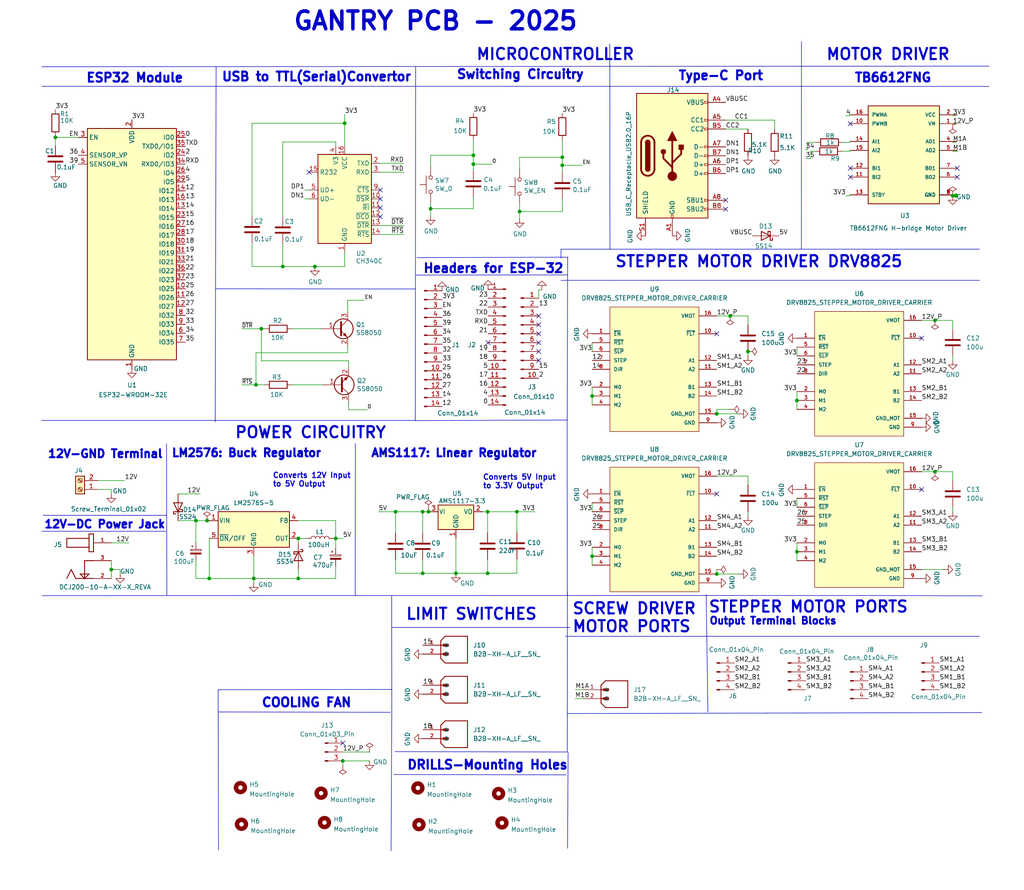
<source format=kicad_sch>
(kicad_sch (version 20250114) (generator "eeschema") (generator_version "9.0")
  (paper "User" 292.1 254)
  (text "STEPPER MOTOR PORTS\n\n" (at 201.93 180.34 0) (effects (font (size 3.175 3.175) (thickness 0.6) (bold yes)) (justify left bottom)))
  (text "GANTRY PCB - 2025" (at 83.312 9.144 0) (effects (font (size 5.08 5.08) (thickness 1) (bold yes)) (justify left bottom)))
  (text "12V-GND Terminal" (at 13.462 131.064 0) (effects (font (size 2.286 2.286) (thickness 0.6) (bold yes)) (justify left bottom)))
  (text "STEPPER MOTOR DRIVER DRV8825\n\n" (at 175.26 81.788 0) (effects (font (size 3.175 3.175) (thickness 0.6) (bold yes)) (justify left bottom)))
  (text "ESP32 Module" (at 24.384 23.876 0) (effects (font (size 2.54 2.54) (thickness 0.6) (bold yes)) (justify left bottom)))
  (text "Converts 5V Input \nto 3.3V Output" (at 137.668 139.7 0) (effects (font (size 1.524 1.524) (bold yes)) (justify left bottom)))
  (text "Output Terminal Blocks" (at 202.184 178.562 0) (effects (font (size 2.032 2.032) (thickness 0.6) (bold yes)) (justify left bottom)))
  (text "DRILLS-Mounting Holes" (at 115.9256 219.9894 0) (effects (font (size 2.54 2.54) (thickness 0.6) (bold yes)) (justify left bottom)))
  (text "COOLING FAN" (at 74.422 202.184 0) (effects (font (size 2.54 2.54) (thickness 0.6) (bold yes)) (justify left bottom)))
  (text "MICROCONTROLLER" (at 135.636 17.526 0) (effects (font (size 3.175 3.175) (thickness 0.6) (bold yes)) (justify left bottom)))
  (text "POWER CIRCUITRY" (at 66.802 125.476 0) (effects (font (size 3.175 3.175) (thickness 0.6) (bold yes)) (justify left bottom)))
  (text "12V-DC Power Jack" (at 12.446 151.13 0) (effects (font (size 2.2352 2.2352) (thickness 0.6) (bold yes)) (justify left bottom)))
  (text "AMS1117: Linear Regulator" (at 105.664 130.81 0) (effects (font (size 2.286 2.286) (thickness 0.6) (bold yes)) (justify left bottom)))
  (text "LIMIT SWITCHES" (at 115.57 177.292 0) (effects (font (size 3.175 3.175) (thickness 0.6) (bold yes)) (justify left bottom)))
  (text "Headers for ESP-32" (at 120.523 78.2574 0) (effects (font (size 2.54 2.54) (thickness 0.6) (bold yes)) (justify left bottom)))
  (text "Type-C Port\n" (at 193.3194 23.241 0) (effects (font (size 2.54 2.54) (thickness 0.6) (bold yes)) (justify left bottom)))
  (text "MOTOR DRIVER\n" (at 235.458 17.526 0) (effects (font (size 3.175 3.175) (thickness 0.6) (bold yes)) (justify left bottom)))
  (text "SCREW DRIVER\nMOTOR PORTS" (at 163.068 180.848 0) (effects (font (size 3.175 3.175) (thickness 0.6) (bold yes)) (justify left bottom)))
  (text "Converts 12V Input \nto 5V Output" (at 77.724 139.192 0) (effects (font (size 1.524 1.524) (bold yes)) (justify left bottom)))
  (text "Switching Circuitry\n" (at 130.0734 22.8854 0) (effects (font (size 2.54 2.54) (thickness 0.6) (bold yes)) (justify left bottom)))
  (text "USB to TTL(Serial)Convertor" (at 63.0428 23.5712 0) (effects (font (size 2.54 2.54) (thickness 0.6) (bold yes)) (justify left bottom)))
  (text "TB6612FNG\n" (at 243.586 22.352 0) (effects (font (size 2.54 2.54) (thickness 0.6) (bold yes)) (justify left)))
  (text "LM2576: Buck Regulator" (at 48.768 130.81 0) (effects (font (size 2.286 2.286) (thickness 0.6) (bold yes)) (justify left bottom)))
  (junction (at 266.7 91.44))
  (junction (at 272.65 55.78))
  (junction (at 120.5738 146.05))
  (junction (at 120.5738 163.6268))
  (junction (at 204.47 163.83))
  (junction (at 139.0904 146.05))
  (junction (at 73.025 109.8296))
  (junction (at 80.6704 76.073))
  (junction (at 160.401 47.1678))
  (junction (at 112.8268 146.05))
  (junction (at 95.758 153.67))
  (junction (at 208.28 90.17))
  (junction (at 122.2248 146.05))
  (junction (at 72.39 165.1))
  (junction (at 160.401 44.8818))
  (junction (at 31.75 162.56))
  (junction (at 148.209 60.3758))
  (junction (at 74.549 93.8276))
  (junction (at 204.47 118.11))
  (junction (at 272.7 55.88))
  (junction (at 97.79 217.17))
  (junction (at 139.0904 163.6268))
  (junction (at 272.7 55.78))
  (junction (at 89.8144 76.073))
  (junction (at 55.88 148.59))
  (junction (at 98.3234 35.179))
  (junction (at 147.447 146.05))
  (junction (at 227.33 157.48))
  (junction (at 59.0804 148.59))
  (junction (at 15.7988 39.2176))
  (junction (at 271.78 55.88))
  (junction (at 168.91 113.03))
  (junction (at 85.09 153.67))
  (junction (at 272.65 55.88))
  (junction (at 227.33 114.3))
  (junction (at 59.69 165.1))
  (junction (at 135.0264 46.863))
  (junction (at 168.91 158.75))
  (junction (at 130.048 163.6268))
  (junction (at 213.36 100.33))
  (junction (at 85.09 165.1))
  (junction (at 266.7 134.62))
  (junction (at 122.8344 59.563))
  (junction (at 135.0264 44.323))
  (no_connect (at 153.67 100.33))
  (no_connect (at 273.05 50.546))
  (no_connect (at 108.4834 56.769))
  (no_connect (at 108.4834 54.229))
  (no_connect (at 108.4834 61.849))
  (no_connect (at 204.47 140.97))
  (no_connect (at 139.2174 97.79))
  (no_connect (at 207.01 57.15))
  (no_connect (at 97.79 212.09))
  (no_connect (at 262.89 139.7))
  (no_connect (at 242.57 50.546))
  (no_connect (at 88.1634 49.149))
  (no_connect (at 273.05 48.006))
  (no_connect (at 153.67 95.25))
  (no_connect (at 207.01 59.69))
  (no_connect (at 153.67 92.71))
  (no_connect (at 262.89 96.52))
  (no_connect (at 153.67 90.17))
  (no_connect (at 153.67 102.87))
  (no_connect (at 242.57 35.306))
  (no_connect (at 108.4834 59.309))
  (no_connect (at 153.67 97.79))
  (no_connect (at 242.57 48.006))
  (no_connect (at 204.47 95.25))
  (wire (pts (xy 220.98 34.29) (xy 220.98 36.83)))
  (wire (pts (xy 160.401 56.8198) (xy 160.401 60.3758)))
  (wire (pts (xy 122.8344 47.625) (xy 122.8344 44.323)))
  (polyline (pts (xy 62.23 203.2) (xy 111.379 203.3016)))
  (polyline (pts (xy 11.938 24.638) (xy 12.192 24.638)))
  (polyline (pts (xy 243.4336 169.9768) (xy 201.2188 169.9514)))
  (wire (pts (xy 95.758 153.67) (xy 95.758 156.464)))
  (wire (pts (xy 272.7 55.88) (xy 272.65 55.88)))
  (wire (pts (xy 242.47 42.926) (xy 242.57 42.926)))
  (wire (pts (xy 139.0904 146.05) (xy 139.0904 152.0698)))
  (polyline (pts (xy 61.3918 120.396) (xy 61.6458 19.05)))
  (wire (pts (xy 31.75 162.56) (xy 31.75 165.1)))
  (wire (pts (xy 73.025 109.8296) (xy 68.961 109.8296)))
  (polyline (pts (xy 279.4 181.61) (xy 161.29 181.61)))
  (polyline (pts (xy 201.422 169.9514) (xy 12.0142 170.0022)))
  (wire (pts (xy 108.4834 46.609) (xy 115.2144 46.609)))
  (wire (pts (xy 147.447 159.6136) (xy 147.447 163.6268)))
  (wire (pts (xy 85.09 153.67) (xy 85.09 154.94)))
  (polyline (pts (xy 111.7346 170.1038) (xy 111.76 203.2)))
  (wire (pts (xy 15.7988 39.2176) (xy 22.3774 39.2176)))
  (wire (pts (xy 72.39 158.75) (xy 72.39 165.1)))
  (wire (pts (xy 75.565 93.8276) (xy 74.549 93.8276)))
  (wire (pts (xy 242.32 32.766) (xy 242.32 33.02)))
  (polyline (pts (xy 161.8234 203.6572) (xy 280.0858 203.3778)))
  (wire (pts (xy 89.8144 76.073) (xy 98.3234 76.073)))
  (wire (pts (xy 99.187 100.6856) (xy 73.025 100.6856)))
  (wire (pts (xy 273.05 40.386) (xy 272.55 40.386)))
  (wire (pts (xy 55.88 148.59) (xy 59.0804 148.59)))
  (wire (pts (xy 271.78 102.87) (xy 271.78 101.6)))
  (wire (pts (xy 271.78 91.44) (xy 266.7 91.44)))
  (polyline (pts (xy 11.938 19.05) (xy 282.1178 18.8722)))
  (wire (pts (xy 231.2924 43.18) (xy 232.5624 43.18)))
  (wire (pts (xy 31.75 139.7) (xy 31.75 140.97)))
  (wire (pts (xy 135.0264 46.863) (xy 135.0264 48.641)))
  (wire (pts (xy 213.36 90.17) (xy 208.28 90.17)))
  (wire (pts (xy 107.95 146.05) (xy 112.8268 146.05)))
  (wire (pts (xy 55.88 160.02) (xy 55.88 165.1)))
  (polyline (pts (xy 173.9392 12.5476) (xy 173.99 71.12)))
  (wire (pts (xy 97.79 218.44) (xy 97.79 217.17)))
  (wire (pts (xy 242.37 55.626) (xy 242.37 55.88)))
  (polyline (pts (xy 162.052 214.7824) (xy 161.8996 242.1382)))
  (wire (pts (xy 74.549 93.8276) (xy 68.961 93.8276)))
  (polyline (pts (xy 161.8488 169.0624) (xy 161.8234 214.63)))
  (polyline (pts (xy 112.6744 214.5284) (xy 161.8234 214.63)))
  (wire (pts (xy 168.91 143.51) (xy 168.91 146.05)))
  (wire (pts (xy 204.47 162.56) (xy 204.47 163.83)))
  (wire (pts (xy 210.82 118.11) (xy 204.47 118.11)))
  (wire (pts (xy 80.6704 40.513) (xy 95.7834 40.513)))
  (wire (pts (xy 168.91 97.79) (xy 168.91 100.33)))
  (wire (pts (xy 120.5738 146.05) (xy 120.5738 152.1206)))
  (wire (pts (xy 272.65 55.88) (xy 271.78 55.88)))
  (polyline (pts (xy 111.76 203.2) (xy 111.5568 242.824)))
  (polyline (pts (xy 118.5672 18.9738) (xy 118.4656 119.9896)))
  (wire (pts (xy 59.69 153.67) (xy 59.69 165.1)))
  (wire (pts (xy 122.8344 44.323) (xy 135.0264 44.323)))
  (polyline (pts (xy 218.7448 203.6064) (xy 218.7448 203.708)))
  (polyline (pts (xy 162.0774 73.406) (xy 118.9736 73.533)))
  (wire (pts (xy 242.37 55.88) (xy 241.3 55.88)))
  (wire (pts (xy 147.447 151.9936) (xy 147.447 146.05)))
  (wire (pts (xy 99.187 88.7476) (xy 99.187 85.6996)))
  (wire (pts (xy 207.01 36.83) (xy 213.36 36.83)))
  (wire (pts (xy 99.187 98.9076) (xy 99.187 100.6856)))
  (wire (pts (xy 213.36 147.32) (xy 213.36 146.05)))
  (wire (pts (xy 160.401 39.9288) (xy 160.401 44.8818)))
  (wire (pts (xy 85.09 162.56) (xy 85.09 165.1)))
  (wire (pts (xy 271.78 137.16) (xy 271.78 134.62)))
  (wire (pts (xy 88.1634 56.769) (xy 86.8934 56.769)))
  (wire (pts (xy 204.47 135.89) (xy 213.36 135.89)))
  (wire (pts (xy 227.33 142.24) (xy 227.33 144.78)))
  (wire (pts (xy 80.6704 76.073) (xy 71.9074 76.073)))
  (wire (pts (xy 120.5738 163.6268) (xy 130.048 163.6268)))
  (wire (pts (xy 272.55 40.386) (xy 272.55 40.64)))
  (wire (pts (xy 31.75 154.94) (xy 36.83 154.94)))
  (wire (pts (xy 271.78 146.05) (xy 271.78 144.78)))
  (wire (pts (xy 95.758 165.1) (xy 95.758 161.544)))
  (wire (pts (xy 120.5738 159.7406) (xy 120.5738 163.6268)))
  (wire (pts (xy 272.75 55.88) (xy 272.7 55.88)))
  (wire (pts (xy 204.47 116.84) (xy 204.47 118.11)))
  (wire (pts (xy 139.0904 146.05) (xy 147.447 146.05)))
  (wire (pts (xy 122.8344 57.785) (xy 122.8344 59.563)))
  (wire (pts (xy 135.0264 46.863) (xy 140.3604 46.863)))
  (wire (pts (xy 272.7 55.78) (xy 272.7 55.88)))
  (wire (pts (xy 139.0904 159.6898) (xy 139.0904 163.6268)))
  (wire (pts (xy 213.36 92.71) (xy 213.36 90.17)))
  (wire (pts (xy 108.4834 64.389) (xy 115.2144 64.389)))
  (wire (pts (xy 135.0264 39.878) (xy 135.0264 44.323)))
  (wire (pts (xy 208.28 116.84) (xy 204.47 116.84)))
  (wire (pts (xy 269.24 162.56) (xy 262.89 162.56)))
  (wire (pts (xy 112.8268 146.05) (xy 120.5738 146.05)))
  (wire (pts (xy 95.7834 41.529) (xy 95.7834 40.513)))
  (wire (pts (xy 273.05 42.926) (xy 273.05 43.18)))
  (wire (pts (xy 135.0264 44.323) (xy 135.0264 46.863)))
  (wire (pts (xy 105.41 217.17) (xy 97.79 217.17)))
  (polyline (pts (xy 161.925 73.406) (xy 161.798 119.888)))
  (polyline (pts (xy 161.798 119.888) (xy 118.2116 120.0404)))
  (wire (pts (xy 55.88 148.59) (xy 55.88 154.94)))
  (wire (pts (xy 112.8268 159.7406) (xy 112.8268 163.6268)))
  (wire (pts (xy 55.88 165.1) (xy 59.69 165.1)))
  (polyline (pts (xy 101.3714 126.5428) (xy 101.3206 169.8244)))
  (wire (pts (xy 83.185 93.8276) (xy 91.567 93.8276)))
  (wire (pts (xy 227.33 99.06) (xy 227.33 101.6)))
  (wire (pts (xy 168.91 110.49) (xy 168.91 113.03)))
  (wire (pts (xy 108.4834 66.929) (xy 115.2144 66.929)))
  (wire (pts (xy 135.0264 56.261) (xy 135.0264 59.563)))
  (wire (pts (xy 273.05 55.626) (xy 272.65 55.626)))
  (wire (pts (xy 207.01 34.29) (xy 220.98 34.29)))
  (wire (pts (xy 148.209 48.1838) (xy 148.209 44.8818)))
  (wire (pts (xy 83.185 109.8296) (xy 91.821 109.8296)))
  (wire (pts (xy 208.28 90.17) (xy 204.47 90.17)))
  (polyline (pts (xy 228.6254 11.8872) (xy 228.6 71.12)))
  (wire (pts (xy 160.401 44.8818) (xy 160.401 47.1678)))
  (wire (pts (xy 97.79 214.63) (xy 105.41 214.63)))
  (wire (pts (xy 266.7 91.44) (xy 262.89 91.44)))
  (wire (pts (xy 71.9074 76.073) (xy 71.9074 69.342)))
  (wire (pts (xy 99.441 102.9716) (xy 74.549 102.9716)))
  (wire (pts (xy 122.2248 146.05) (xy 122.428 146.05)))
  (wire (pts (xy 272.45 32.766) (xy 272.45 33.02)))
  (wire (pts (xy 272.45 33.02) (xy 271.78 33.02)))
  (wire (pts (xy 34.29 162.56) (xy 34.29 163.83)))
  (polyline (pts (xy 112.3188 221.0562) (xy 161.4678 221.1578)))
  (wire (pts (xy 50.8 140.97) (xy 57.15 140.97)))
  (wire (pts (xy 75.565 109.8296) (xy 73.025 109.8296)))
  (wire (pts (xy 15.7988 38.8874) (xy 15.7988 39.2176)))
  (wire (pts (xy 272.75 55.78) (xy 272.75 55.88)))
  (wire (pts (xy 273.05 32.766) (xy 272.45 32.766)))
  (wire (pts (xy 147.447 146.05) (xy 152.6286 146.05)))
  (wire (pts (xy 213.36 138.43) (xy 213.36 135.89)))
  (wire (pts (xy 232.8164 40.64) (xy 230.2764 40.64)))
  (wire (pts (xy 148.209 58.3438) (xy 148.209 60.3758)))
  (polyline (pts (xy 118.4656 119.9896) (xy 11.8872 119.9896)))
  (polyline (pts (xy 118.4656 82.4738) (xy 61.4934 82.423)))
  (wire (pts (xy 227.33 157.48) (xy 227.33 160.02)))
  (wire (pts (xy 31.75 162.56) (xy 34.29 162.56)))
  (wire (pts (xy 273.05 43.18) (xy 271.78 43.18)))
  (wire (pts (xy 74.549 102.9716) (xy 74.549 93.8276)))
  (wire (pts (xy 164.0332 199.39) (xy 166.37 199.39)))
  (wire (pts (xy 85.09 165.1) (xy 95.758 165.1)))
  (polyline (pts (xy 173.99 71.12) (xy 160.02 71.12)))
  (wire (pts (xy 95.758 148.59) (xy 95.758 153.67)))
  (wire (pts (xy 231.2924 43.18) (xy 231.2924 45.2628)))
  (wire (pts (xy 120.5738 146.05) (xy 122.2248 146.05)))
  (wire (pts (xy 272.55 40.64) (xy 271.78 40.64)))
  (wire (pts (xy 272.65 55.626) (xy 272.65 55.78)))
  (wire (pts (xy 242.47 42.926) (xy 242.47 43.18)))
  (wire (pts (xy 273.05 35.306) (xy 272.5 35.306)))
  (wire (pts (xy 160.401 60.3758) (xy 148.209 60.3758)))
  (wire (pts (xy 271.78 134.62) (xy 266.7 134.62)))
  (wire (pts (xy 71.9074 61.722) (xy 71.9074 35.179)))
  (wire (pts (xy 95.0976 153.67) (xy 95.758 153.67)))
  (wire (pts (xy 271.78 93.98) (xy 271.78 91.44)))
  (wire (pts (xy 272.7 55.78) (xy 272.75 55.78)))
  (wire (pts (xy 213.36 101.6) (xy 213.36 100.33)))
  (wire (pts (xy 231.2924 45.2628) (xy 229.7684 45.2628)))
  (wire (pts (xy 242.42 40.64) (xy 240.4364 40.64)))
  (wire (pts (xy 153.67 85.09) (xy 153.67 82.7278)))
  (wire (pts (xy 230.2764 40.64) (xy 230.2764 42.7228)))
  (wire (pts (xy 112.8268 146.05) (xy 112.8268 152.1206)))
  (wire (pts (xy 227.33 154.94) (xy 227.33 157.48)))
  (wire (pts (xy 148.209 44.8818) (xy 160.401 44.8818)))
  (polyline (pts (xy 173.99 80.01) (xy 279.4 80.01)))
  (polyline (pts (xy 201.4474 169.7736) (xy 201.93 203.2)))
  (wire (pts (xy 242.47 43.18) (xy 240.1824 43.18)))
  (wire (pts (xy 27.94 137.16) (xy 35.56 137.16)))
  (wire (pts (xy 227.33 111.76) (xy 227.33 114.3)))
  (wire (pts (xy 59.69 165.1) (xy 72.39 165.1)))
  (wire (pts (xy 130.048 153.67) (xy 130.048 163.6268)))
  (wire (pts (xy 210.82 163.83) (xy 204.47 163.83)))
  (wire (pts (xy 122.8344 59.563) (xy 122.8344 61.595)))
  (wire (pts (xy 98.3234 41.529) (xy 98.3234 35.179)))
  (polyline (pts (xy 162.56 179.07) (xy 111.76 179.07)))
  (wire (pts (xy 15.7734 39.2176) (xy 15.7988 39.2176)))
  (polyline (pts (xy 280.1874 170.053) (xy 243.5606 169.9514)))
  (polyline (pts (xy 47.498 126.6444) (xy 47.5996 169.8244)))
  (wire (pts (xy 137.668 146.05) (xy 139.0904 146.05)))
  (wire (pts (xy 80.6704 76.073) (xy 89.8144 76.073)))
  (wire (pts (xy 15.7988 39.2176) (xy 15.7988 41.5544)))
  (wire (pts (xy 242.57 32.766) (xy 242.32 32.766)))
  (wire (pts (xy 272.65 55.78) (xy 272.65 55.88)))
  (wire (pts (xy 108.4834 49.149) (xy 115.2144 49.149)))
  (polyline (pts (xy 62.23 196.85) (xy 111.7346 196.7738)))
  (wire (pts (xy 242.32 33.02) (xy 241.3 33.02)))
  (wire (pts (xy 130.048 163.6268) (xy 139.0904 163.6268)))
  (polyline (pts (xy 160.02 80.01) (xy 173.99 80.01)))
  (wire (pts (xy 72.39 165.1) (xy 85.09 165.1)))
  (wire (pts (xy 266.7 134.62) (xy 262.89 134.62)))
  (wire (pts (xy 80.6704 40.513) (xy 80.6704 61.849)))
  (wire (pts (xy 71.9074 35.179) (xy 98.3234 35.179)))
  (wire (pts (xy 99.441 114.9096) (xy 99.441 116.9416)))
  (polyline (pts (xy 47.5996 147.0914) (xy 12.2936 147.0914)))
  (wire (pts (xy 85.09 148.59) (xy 95.758 148.59)))
  (wire (pts (xy 168.91 156.21) (xy 168.91 158.75)))
  (polyline (pts (xy 160.02 71.12) (xy 160.02 73.66)))
  (polyline (pts (xy 161.9504 78.4606) (xy 118.6434 78.5114)))
  (polyline (pts (xy 47.2694 151.638) (xy 11.9634 151.638)))
  (wire (pts (xy 135.0264 59.563) (xy 122.8344 59.563)))
  (wire (pts (xy 59.0804 148.59) (xy 59.69 148.59)))
  (wire (pts (xy 164.1094 196.8246) (xy 166.37 196.85)))
  (wire (pts (xy 99.187 85.6996) (xy 104.013 85.6996)))
  (wire (pts (xy 230.2764 42.7228) (xy 229.7684 42.7228)))
  (wire (pts (xy 160.401 47.1678) (xy 166.116 47.1678)))
  (wire (pts (xy 153.67 82.7278) (xy 154.5844 82.7278)))
  (wire (pts (xy 31.75 160.02) (xy 31.75 162.56)))
  (wire (pts (xy 112.8268 163.6268) (xy 120.5738 163.6268)))
  (polyline (pts (xy 62.23 196.85) (xy 62.3316 242.57)))
  (wire (pts (xy 272.65 55.78) (xy 272.7 55.78)))
  (wire (pts (xy 242.42 40.386) (xy 242.42 40.64)))
  (wire (pts (xy 99.441 104.7496) (xy 99.441 102.9716)))
  (wire (pts (xy 168.91 113.03) (xy 168.91 115.57)))
  (wire (pts (xy 148.209 60.3758) (xy 148.209 62.4078)))
  (wire (pts (xy 139.0904 163.6268) (xy 147.447 163.6268)))
  (wire (pts (xy 122.2248 145.3388) (xy 122.2248 146.05)))
  (wire (pts (xy 272.5 35.306) (xy 272.5 35.56)))
  (wire (pts (xy 88.1634 54.229) (xy 86.8934 54.229)))
  (wire (pts (xy 95.758 153.67) (xy 97.79 153.67)))
  (polyline (pts (xy 161.7726 119.6086) (xy 161.8234 169.8752)))
  (wire (pts (xy 99.441 116.9416) (xy 104.775 116.9416)))
  (polyline (pts (xy 173.99 71.12) (xy 279.4 71.12)))
  (wire (pts (xy 98.3234 76.073) (xy 98.3234 72.009)))
  (wire (pts (xy 27.94 139.7) (xy 31.75 139.7)))
  (polyline (pts (xy 12.192 24.638) (xy 282.1178 24.6634)))
  (wire (pts (xy 272.5 35.56) (xy 271.78 35.56)))
  (wire (pts (xy 73.025 100.6856) (xy 73.025 109.8296)))
  (wire (pts (xy 242.57 55.626) (xy 242.37 55.626)))
  (wire (pts (xy 50.8 148.59) (xy 55.88 148.59)))
  (wire (pts (xy 242.42 40.386) (xy 242.57 40.386)))
  (wire (pts (xy 168.91 158.75) (xy 168.91 161.29)))
  (wire (pts (xy 98.3234 35.179) (xy 98.3234 32.639)))
  (wire (pts (xy 72.39 166.37) (xy 72.39 165.1)))
  (wire (pts (xy 80.6704 69.469) (xy 80.6704 76.073)))
  (wire (pts (xy 227.33 114.3) (xy 227.33 116.84)))
  (wire (pts (xy 85.09 153.67) (xy 87.4776 153.67)))
  (wire (pts (xy 160.401 47.1678) (xy 160.401 49.1998)))
  (label "4" (at 139.2174 113.03 180))
  (label "33" (at 126.111 103.3018 0))
  (label "2" (at 153.67 107.95 0))
  (label "SM4_A1" (at 204.47 148.59 0))
  (label "2" (at 52.8574 44.2976 0))
  (label "SM1_B1" (at 204.47 110.49 0))
  (label "SM2_B1" (at 209.55 194.31 0))
  (label "SM2_B2" (at 209.55 196.85 0))
  (label "34" (at 52.8574 95.0976 0))
  (label "32" (at 52.8574 90.0176 0))
  (label "18" (at 120.65 208.28 0))
  (label "SM4_A1" (at 247.65 191.77 0))
  (label "SM2_A1" (at 262.89 104.14 0))
  (label "M1B" (at 271.78 43.18 0))
  (label "12V_P" (at 204.47 135.89 0))
  (label "26" (at 227.33 147.32 0))
  (label "25" (at 168.91 151.13 0))
  (label "3V3" (at 168.91 156.21 180))
  (label "3V3" (at 152.6286 146.05 180))
  (label "17" (at 139.2174 107.95 180))
  (label "SM2_B2" (at 262.89 114.3 0))
  (label "SM3_A2" (at 262.89 149.86 0))
  (label "5V" (at 222.25 67.31 0))
  (label "27" (at 52.8574 87.4776 0))
  (label "25" (at 227.33 149.86 0))
  (label "SM1_A1" (at 204.47 102.87 0))
  (label "12V_P" (at 271.78 35.56 0))
  (label "22" (at 52.8574 77.3176 0))
  (label "EN" (at 104.013 85.6996 0) (effects (font (size 1.0668 1.0668))))
  (label "14" (at 126.111 113.4618 0))
  (label "33" (at 52.8574 92.5576 0))
  (label "SM2_A2" (at 209.55 191.77 0))
  (label "16" (at 139.2174 110.49 180))
  (label "TXD" (at 115.2144 49.149 180))
  (label "12" (at 52.8574 54.4576 0))
  (label "SM3_B2" (at 229.87 196.85 0))
  (label "SM2_A1" (at 209.55 189.23 0))
  (label "SM1_B1" (at 267.97 194.31 0))
  (label "SM4_A2" (at 247.65 194.31 0))
  (label "TXD" (at 139.2174 90.17 180))
  (label "3V3" (at 15.7988 31.2674 0))
  (label "3V3" (at 168.91 100.33 180))
  (label "5V" (at 107.95 146.05 0))
  (label "34" (at 126.111 95.6818 0))
  (label "M1A" (at 271.78 40.64 0))
  (label "25" (at 52.8574 82.3976 0))
  (label "21" (at 139.2174 95.25 180))
  (label "0" (at 104.775 116.9416 0) (effects (font (size 1.0668 1.0668))))
  (label "36" (at 126.111 90.6018 0))
  (label "CC1" (at 209.55 34.29 0))
  (label "15" (at 153.67 105.41 0))
  (label "DN1" (at 207.01 44.45 0))
  (label "SM1_A1" (at 267.97 189.23 0))
  (label "26" (at 126.111 108.3818 0))
  (label "SM1_A2" (at 267.97 191.77 0))
  (label "39" (at 22.3774 46.8376 180))
  (label "~{RTS}" (at 68.961 109.8296 0) (effects (font (size 1.0668 1.0668))))
  (label "RXD" (at 139.2174 92.71 180))
  (label "SM3_B2" (at 262.89 157.48 0))
  (label "CC2" (at 207.01 36.83 0))
  (label "3V3" (at 227.33 144.78 180))
  (label "SM3_B1" (at 229.87 194.31 0))
  (label "DP1" (at 207.01 46.99 0))
  (label "18" (at 52.8574 69.6976 0))
  (label "35" (at 126.111 98.2218 0))
  (label "12V_P" (at 262.89 134.62 0))
  (label "12V_P" (at 204.47 90.17 0))
  (label "DP1" (at 207.01 49.53 0))
  (label "12V" (at 57.15 140.97 180))
  (label "~{DTR}" (at 68.961 93.8276 0) (effects (font (size 1.0668 1.0668))))
  (label "27" (at 126.111 110.9218 0))
  (label "12V_P" (at 97.79 214.63 0))
  (label "TXD" (at 52.8574 41.7576 0))
  (label "12" (at 168.91 102.87 0))
  (label "3V3" (at 135.0264 32.258 0))
  (label "EN" (at 126.111 88.0618 0))
  (label "23" (at 52.8574 79.8576 0))
  (label "21" (at 52.8574 74.7776 0))
  (label "25" (at 126.111 105.8418 0))
  (label "RXD" (at 115.2144 46.609 180))
  (label "SM4_B1" (at 247.65 196.85 0))
  (label "36" (at 22.3774 44.2976 180))
  (label "SM2_A2" (at 262.89 106.68 0))
  (label "19" (at 52.8574 72.2376 0))
  (label "19" (at 139.2174 100.33 180))
  (label "0" (at 139.2174 115.57 180))
  (label "18" (at 139.2174 102.87 180))
  (label "23" (at 139.2174 85.09 180))
  (label "15" (at 120.65 184.15 0))
  (label "~{DTR}" (at 115.2144 64.389 180))
  (label "4" (at 52.8574 49.3776 0))
  (label "0" (at 52.8574 39.2176 0))
  (label "16" (at 52.8574 64.6176 0))
  (label "SM3_A1" (at 262.89 147.32 0))
  (label "3V3" (at 160.401 32.3088 0))
  (label "SM2_B1" (at 262.89 111.76 0))
  (label "12V" (at 36.83 154.94 180))
  (label "SM3_A1" (at 229.87 189.23 0))
  (label "5V" (at 97.79 153.67 0))
  (label "0" (at 140.3604 46.863 0) (effects (font (size 1.0668 1.0668))))
  (label "M1B" (at 164.0332 199.39 0))
  (label "35" (at 229.7684 45.2628 0))
  (label "3V3" (at 168.91 110.49 180))
  (label "3V3" (at 126.111 85.5218 0))
  (label "5" (at 52.8574 51.9176 0))
  (label "3V3" (at 227.33 154.94 180))
  (label "22" (at 227.33 106.68 0))
  (label "39" (at 126.111 93.1418 0))
  (label "26" (at 168.91 148.59 0))
  (label "12V" (at 35.56 137.16 0))
  (label "3V3" (at 37.6174 34.1376 0))
  (label "SM4_B2" (at 247.65 199.39 0))
  (label "13" (at 52.8574 56.9976 0))
  (label "M1A" (at 164.1094 196.8246 0))
  (label "12V_P" (at 262.89 91.44 0))
  (label "26" (at 52.8574 84.9376 0))
  (label "34" (at 229.7684 42.7228 0))
  (label "12" (at 126.111 116.0018 0))
  (label "EN" (at 166.116 47.1678 0) (effects (font (size 1.0668 1.0668))))
  (label "3V3" (at 227.33 101.6 180))
  (label "17" (at 52.8574 67.1576 0))
  (label "5" (at 139.2174 105.41 180))
  (label "19" (at 120.65 195.58 0))
  (label "14" (at 168.91 105.41 0))
  (label "SM3_A2" (at 229.87 191.77 0))
  (label "3V3" (at 168.91 146.05 180))
  (label "VBUSC" (at 207.01 29.21 0))
  (label "SM1_B2" (at 267.97 196.85 0))
  (label "EN" (at 22.3774 39.2176 180))
  (label "SM1_B2" (at 204.47 113.03 0))
  (label "35" (at 52.8574 97.6376 0))
  (label "SM4_A2" (at 204.47 151.13 0))
  (label "22" (at 139.2174 87.63 180))
  (label "15" (at 52.8574 62.0776 0))
  (label "32" (at 126.111 100.7618 0))
  (label "SM1_A2" (at 204.47 105.41 0))
  (label "DN1" (at 207.01 41.91 0))
  (label "3V3" (at 271.78 33.02 0))
  (label "~{RTS}" (at 115.2144 66.929 180))
  (label "14" (at 52.8574 59.5376 0))
  (label "SM4_B2" (at 204.47 158.75 0))
  (label "SM3_B1" (at 262.89 154.94 0))
  (label "3V3" (at 98.3234 32.639 0))
  (label "23" (at 227.33 104.14 0))
  (label "SM4_B1" (at 204.47 156.21 0))
  (label "3V3" (at 241.3 55.88 180))
  (label "13" (at 153.67 87.63 0))
  (label "VBUSC" (at 214.63 67.31 180))
  (label "RXD" (at 52.8574 46.8376 0))
  (label "DN1" (at 86.8934 56.769 180))
  (label "4" (at 241.3 33.02 0))
  (label "DP1" (at 86.8934 54.229 180))
  (label "3V3" (at 227.33 111.76 180))
  (symbol (lib_id "Device:R") (at 236.6264 40.64 90) (unit 1)
    (property "Reference" "R8" (at 236.728 38.8112 90))
    (property "Value" "1k" (at 236.8296 40.6908 90))
    (property "Footprint" "Resistor_SMD:R_0603_1608Metric" (effects (hide yes)))
  )
  (symbol (lib_name "GND_1") (lib_id "power:GND") (at 213.36 101.6 0) (unit 1)
    (property "Reference" "#PWR033" (effects (hide yes)))
    (property "Value" "GND" (at 213.36 105.664 0))
    (property "Description" "Power symbol creates a global label with name \"GND\" , ground" (effects (hide yes)))
  )
  (symbol (lib_id "Connector:Conn_01x04_Pin") (at 224.79 191.77 0) (unit 1)
    (property "Reference" "J7" (at 230.378 199.39 0))
    (property "Value" "Conn_01x04_Pin" (at 230.124 185.928 0))
    (property "Footprint" "Connector_JST:JST_EH_B4B-EH-A_1x04_P2.50mm_Vertical" (effects (hide yes)))
    (property "Description" "Generic connector, single row, 01x04, script generated" (effects (hide yes)))
  )
  (symbol (lib_id "ESP32-S2-rescue:CH340C-Interface_USB") (at 98.3234 56.769 0) (unit 1)
    (property "Reference" "U2" (at 102.9208 72.3392 0))
    (property "Value" "CH340C" (at 105.3338 74.4982 0))
    (property "Footprint" "Package_SO:SOIC-16_3.9x9.9mm_P1.27mm" (effects (hide yes)))
    (property "Datasheet" "https://datasheet.lcsc.com/szlcsc/Jiangsu-Qin-Heng-CH340C_C84681.pdf" (effects (hide yes)))
  )
  (symbol (lib_id "Device:C") (at 271.78 140.97 0) (unit 1)
    (property "Reference" "C13" (at 275.59 139.6999 0) (effects (justify left)))
    (property "Value" "100u" (at 275.59 142.2399 0) (effects (justify left)))
    (property "Footprint" "Capacitor_SMD:CP_Elec_6.3x7.7" (effects (hide yes)))
    (property "Description" "Unpolarized capacitor" (effects (hide yes)))
  )
  (symbol (lib_id "power:PWR_FLAG") (at 105.41 214.63 0) (unit 1)
    (property "Reference" "#FLG017" (effects (hide yes)))
    (property "Value" "PWR_FLAG" (effects (hide yes)))
  )
  (symbol (lib_id "Connector:Conn_01x04_Pin") (at 262.89 191.77 0) (unit 1)
    (property "Reference" "J9" (at 263.525 184.15 0))
    (property "Value" "Conn_01x04_Pin" (at 267.716 198.882 0))
    (property "Footprint" "Connector_JST:JST_EH_B4B-EH-A_1x04_P2.50mm_Vertical" (effects (hide yes)))
    (property "Description" "Generic connector, single row, 01x04, script generated" (effects (hide yes)))
  )
  (symbol (lib_id "ESP32-S2-rescue:GND-power") (at 120.65 198.12 270) (unit 1)
    (property "Reference" "#PWR018" (effects (hide yes)))
    (property "Value" "GND" (at 116.2558 198.247 0))
  )
  (symbol (lib_id "power:GND") (at 72.39 166.37 0) (unit 1)
    (property "Reference" "#PWR017" (effects (hide yes)))
    (property "Value" "GND" (at 75.692 166.878 0))
  )
  (symbol (lib_id "power:GND") (at 130.048 163.6268 0) (unit 1)
    (property "Reference" "#PWR020" (effects (hide yes)))
    (property "Value" "GND" (at 133.2738 166.4716 0))
  )
  (symbol (lib_id "Device:C") (at 147.447 155.8036 0) (unit 1)
    (property "Reference" "C10" (at 150.368 154.8951 0) (effects (justify left)))
    (property "Value" "0.1uF" (at 149.8854 157.8864 0) (effects (justify left)))
    (property "Footprint" "Capacitor_SMD:C_0805_2012Metric" (effects (hide yes)))
  )
  (symbol (lib_id "ESP32-S2-rescue:GND-power") (at 89.8144 76.073 0) (unit 1)
    (property "Reference" "#PWR031" (effects (hide yes)))
    (property "Value" "GND" (at 89.9414 80.4672 0))
  )
  (symbol (lib_id "Mechanical:MountingHole") (at 142.2146 226.4918 0) (unit 1)
    (property "Reference" "H3" (at 144.7546 225.5833 0) (effects (justify left)))
    (property "Value" "MountingHole" (at 144.7546 228.3584 0) (effects (justify left)))
    (property "Footprint" "MountingHole:MountingHole_3.2mm_M3" (effects (hide yes)))
  )
  (symbol (lib_id "ESP32-S2-rescue:GND-power") (at 213.36 44.45 0) (unit 1)
    (property "Reference" "#PWR037" (effects (hide yes)))
    (property "Value" "GND" (at 213.487 48.8442 0))
  )
  (symbol (lib_id "power:GND") (at 31.75 140.97 0) (unit 1)
    (property "Reference" "#PWR014" (effects (hide yes)))
    (property "Value" "GND" (at 34.1884 140.1572 0))
  )
  (symbol (lib_id "power:PWR_FLAG") (at 266.7 134.62 180) (unit 1)
    (property "Reference" "#FLG09" (effects (hide yes)))
    (property "Value" "PWR_FLAG" (effects (hide yes)))
  )
  (symbol (lib_id "Diode:1N5822") (at 85.09 158.75 270) (unit 1)
    (property "Reference" "D15" (at 79.248 158.242 90) (effects (justify left)))
    (property "Value" "SS34" (at 78.74 160.274 90) (effects (justify left)))
    (property "Footprint" "Diode_SMD:D_SMB" (effects (hide yes)))
    (property "Datasheet" "http://www.vishay.com/docs/88526/1n5820.pdf" (effects (hide yes)))
  )
  (symbol (lib_name "GND_6") (lib_id "power:GND") (at 139.2174 82.55 0) (mirror x) (unit 1)
    (property "Reference" "#PWR032" (effects (hide yes)))
    (property "Value" "GND" (at 136.271 82.2452 0))
  )
  (symbol (lib_id "ESP32-S2-rescue:GND-power") (at 168.91 95.25 270) (unit 1)
    (property "Reference" "#PWR02" (effects (hide yes)))
    (property "Value" "GND" (at 164.5158 95.377 0))
  )
  (symbol (lib_id "ESP32-S2-rescue:GND-power") (at 148.209 62.4078 0) (unit 1)
    (property "Reference" "#PWR024" (effects (hide yes)))
    (property "Value" "GND" (at 148.336 66.802 0))
  )
  (symbol (lib_id "ESP32-S2-rescue:GND-power") (at 227.33 96.52 270) (unit 1)
    (property "Reference" "#PWR04" (effects (hide yes)))
    (property "Value" "GND" (at 222.9358 96.647 0))
  )
  (symbol (lib_id "RF_Module:ESP32-WROOM-32E") (at 37.6174 69.6976 0) (unit 1)
    (property "Reference" "U1" (at 36.2966 109.9312 0) (effects (justify left)))
    (property "Value" "ESP32-WROOM-32E" (at 28.1021 112.6998 0) (effects (justify left)))
    (property "Footprint" "ESP32-WROOM:XCVR_ESP32-WROOM-32E__4MB_HIGH_TEMP_" (effects (hide yes)))
    (property "Datasheet" "https://www.espressif.com/sites/default/files/documentation/esp32-wroom-32e_esp32-wroom-32ue_datasheet_en.pdf" (effects (hide yes)))
    (property "Description" "RF Module, ESP32-D0WD-V3 SoC, without PSRAM, Wi-Fi 802.11b/g/n, Bluetooth, BLE, 32-bit, 2.7-3.6V, onboard antenna, SMD" (effects (hide yes)))
  )
  (symbol (lib_id "DRV8825_STEPPER_MOTOR_DRIVER_CARRIER:DRV8825_STEPPER_MOTOR_DRIVER_CARRIER") (at 186.69 151.13 0) (unit 1)
    (property "Reference" "U8" (at 186.69 128.27 0))
    (property "Value" "DRV8825_STEPPER_MOTOR_DRIVER_CARRIER" (at 186.69 130.81 0))
    (property "Footprint" "DRV8825_STEPPER_MOTOR_DRIVER_CARRIER (1):IC_DRV8825_STEPPER_MOTOR_DRIVER_CARRIER" (effects (hide yes)))
    (property "Description" "Stepper motor controler; IC: DRV8825; 1.5A; Uin mot: 8.2÷45V" (effects (hide yes)))
    (property "MF" "Pololu" (effects (hide yes)))
    (property "PACKAGE" "None" (effects (hide yes)))
    (property "PRICE" "None" (effects (hide yes)))
    (property "Package" "None" (effects (hide yes)))
    (property "Check_prices" "https://www.snapeda.com/parts/DRV8825%20STEPPER%20MOTOR%20DRIVER%20CARRIER/Pololu/view-part/?ref=eda" (effects (hide yes)))
    (property "Price" "None" (effects (hide yes)))
    (property "SnapEDA_Link" "https://www.snapeda.com/parts/DRV8825%20STEPPER%20MOTOR%20DRIVER%20CARRIER/Pololu/view-part/?ref=snap" (effects (hide yes)))
    (property "MP" "DRV8825 STEPPER MOTOR DRIVER CARRIER" (effects (hide yes)))
    (property "Availability" "Not in stock" (effects (hide yes)))
    (property "AVAILABILITY" "Unavailable" (effects (hide yes)))
    (property "Description_1" "Stepper, Bipolar 8.2 ~ 45VDC Supply 1.5A 8.2 ~ 45V Load" (effects (hide yes)))
  )
  (symbol (lib_id "Device:C") (at 213.36 96.52 0) (unit 1)
    (property "Reference" "C15" (at 217.17 95.2499 0) (effects (justify left)))
    (property "Value" "100u" (at 217.17 97.7899 0) (effects (justify left)))
    (property "Footprint" "Capacitor_SMD:CP_Elec_6.3x7.7" (effects (hide yes)))
    (property "Description" "Unpolarized capacitor" (effects (hide yes)))
  )
  (symbol (lib_name "GND_1") (lib_id "power:GND") (at 271.78 102.87 0) (unit 1)
    (property "Reference" "#PWR025" (effects (hide yes)))
    (property "Value" "GND" (at 271.78 106.934 0))
    (property "Description" "Power symbol creates a global label with name \"GND\" , ground" (effects (hide yes)))
  )
  (symbol (lib_id "Device:C_Polarized_Small") (at 55.88 157.48 0) (unit 1)
    (property "Reference" "C6" (at 49.9364 157.9626 0) (effects (justify left)))
    (property "Value" "100uF" (at 49.53 160.274 0) (effects (justify left)))
    (property "Footprint" "Capacitor_SMD:CP_Elec_6.3x7.7" (effects (hide yes)))
  )
  (symbol (lib_id "Diode:1N5822") (at 218.44 67.31 180) (unit 1)
    (property "Reference" "D13" (at 218.3892 64.5668 0))
    (property "Value" "SS14" (at 217.8812 70.2056 0))
    (property "Footprint" "Diode_SMD:D_SMA" (effects (hide yes)))
    (property "Datasheet" "http://www.vishay.com/docs/88526/1n5820.pdf" (effects (hide yes)))
  )
  (symbol (lib_id "Device:R") (at 236.3724 43.18 90) (unit 1)
    (property "Reference" "R9" (at 238.252 45.2628 90))
    (property "Value" "1k" (at 236.474 43.2308 90))
    (property "Footprint" "Resistor_SMD:R_0603_1608Metric" (effects (hide yes)))
  )
  (symbol (lib_id "Device:C") (at 213.36 142.24 0) (unit 1)
    (property "Reference" "C14" (at 217.17 140.9699 0) (effects (justify left)))
    (property "Value" "100u" (at 217.17 143.5099 0) (effects (justify left)))
    (property "Footprint" "Capacitor_SMD:CP_Elec_6.3x7.7" (effects (hide yes)))
    (property "Description" "Unpolarized capacitor" (effects (hide yes)))
  )
  (symbol (lib_id "Mechanical:MountingHole") (at 119.507 235.3564 0) (unit 1)
    (property "Reference" "H2" (at 122.047 234.4479 0) (effects (justify left)))
    (property "Value" "MountingHole" (at 122.047 237.223 0) (effects (justify left)))
    (property "Footprint" "MountingHole:MountingHole_3.2mm_M3" (effects (hide yes)))
  )
  (symbol (lib_id "power:PWR_FLAG") (at 213.36 100.33 270) (unit 1)
    (property "Reference" "#FLG016" (effects (hide yes)))
    (property "Value" "PWR_FLAG" (effects (hide yes)))
  )
  (symbol (lib_id "ESP32-S2-rescue:GND-power") (at 120.65 210.82 270) (unit 1)
    (property "Reference" "#PWR021" (effects (hide yes)))
    (property "Value" "GND" (at 116.2558 210.947 0))
  )
  (symbol (lib_id "Mechanical:MountingHole") (at 143.1798 234.8738 0) (unit 1)
    (property "Reference" "H4" (at 145.7198 233.9653 0) (effects (justify left)))
    (property "Value" "MountingHole" (at 145.7198 236.7404 0) (effects (justify left)))
    (property "Footprint" "MountingHole:MountingHole_3.2mm_M3" (effects (hide yes)))
  )
  (symbol (lib_id "power:PWR_FLAG") (at 271.78 35.56 180) (unit 1)
    (property "Reference" "#FLG01" (effects (hide yes)))
    (property "Value" "PWR_FLAG" (effects (hide yes)))
  )
  (symbol (lib_id "Device:L") (at 91.2876 153.67 90) (unit 1)
    (property "Reference" "L1" (at 91.2368 151.7904 90))
    (property "Value" "100uH" (at 90.932 155.448 90))
    (property "Footprint" "Inductor_SMD:L_10.4x10.4_H4.8" (effects (hide yes)))
  )
  (symbol (lib_name "PWR_FLAG_1") (lib_id "power:PWR_FLAG") (at 59.0804 148.59 0) (unit 1)
    (property "Reference" "#FLG02" (effects (hide yes)))
    (property "Value" "PWR_FLAG" (at 60.7314 144.9832 0))
    (property "Description" "Special symbol for telling ERC where power comes from" (effects (hide yes)))
  )
  (symbol (lib_id "Connector:Screw_Terminal_01x02") (at 22.86 139.7 180) (unit 1)
    (property "Reference" "J4" (at 22.4536 134.3152 0))
    (property "Value" "Screw_Terminal_01x02" (at 30.988 145.288 0))
    (property "Footprint" "TerminalBlock:TerminalBlock_bornier-2_P5.08mm" (effects (hide yes)))
  )
  (symbol (lib_name "GND_1") (lib_id "power:GND") (at 271.78 55.88 0) (unit 1)
    (property "Reference" "#PWR022" (effects (hide yes)))
    (property "Value" "GND" (at 274.8534 56.1848 0))
    (property "Description" "Power symbol creates a global label with name \"GND\" , ground" (effects (hide yes)))
  )
  (symbol (lib_id "MMBT8050:MMBT8050") (at 97.917 93.8276 0) (unit 1)
    (property "Reference" "Q1" (at 101.4984 92.6592 0) (effects (justify left)))
    (property "Value" "SS8050" (at 101.4984 94.9706 0) (effects (justify left)))
    (property "Footprint" "Package_TO_SOT_SMD:SOT-23" (effects (hide yes)))
  )
  (symbol (lib_id "power:PWR_FLAG") (at 204.47 162.56 270) (unit 1)
    (property "Reference" "#FLG012" (effects (hide yes)))
    (property "Value" "PWR_FLAG" (effects (hide yes)))
  )
  (symbol (lib_name "GND_1") (lib_id "power:GND") (at 210.82 163.83 90) (unit 1)
    (property "Reference" "#PWR012" (effects (hide yes)))
    (property "Value" "GND" (at 214.884 163.83 0))
    (property "Description" "Power symbol creates a global label with name \"GND\" , ground" (effects (hide yes)))
  )
  (symbol (lib_id "ESP32-S2-rescue:R-Device") (at 15.7988 35.0774 180) (unit 1)
    (property "Reference" "R1" (at 19.7612 32.512 0) (effects (justify left)))
    (property "Value" "10K" (at 21.0312 34.3916 0) (effects (justify left)))
    (property "Footprint" "Resistor_SMD:R_0805_2012Metric" (effects (hide yes)))
  )
  (symbol (lib_id "power:PWR_FLAG") (at 208.28 90.17 180) (unit 1)
    (property "Reference" "#FLG05" (effects (hide yes)))
    (property "Value" "PWR_FLAG" (effects (hide yes)))
  )
  (symbol (lib_id "Connector:Conn_01x10_Pin") (at 148.59 95.25 0) (unit 1)
    (property "Reference" "J3" (at 151.7396 110.4392 0))
    (property "Value" "Conn_01x10" (at 152.2984 113.2078 0))
    (property "Footprint" "Connector_PinHeader_2.54mm:PinHeader_1x10_P2.54mm_Vertical" (effects (hide yes)))
    (property "Description" "Generic connector, single row, 01x10, script generated" (effects (hide yes)))
  )
  (symbol (lib_id "Mechanical:MountingHole") (at 119.2022 224.8916 0) (unit 1)
    (property "Reference" "H1" (at 121.7422 223.9831 0) (effects (justify left)))
    (property "Value" "MountingHole" (at 121.7422 226.7582 0) (effects (justify left)))
    (property "Footprint" "MountingHole:MountingHole_3.2mm_M3" (effects (hide yes)))
  )
  (symbol (lib_id "Motor Drivers:TB6612FNG H-bridge") (at 257.81 45.466 0) (unit 1)
    (property "Reference" "U3" (at 258.1402 61.5442 0))
    (property "Value" "TB6612FNG H-bridge Motor Driver" (at 259.1054 65.1256 0))
    (property "Footprint" "Motor Drivers:MODULE_ROB-14450" (effects (hide yes)))
    (property "Description" "11-13-17" (effects (hide yes)))
    (property "MANUFACTURER" "Sparkfun Electronics" (effects (hide yes)))
    (property "STANDARD" "Manufacturer Recommendation" (effects (hide yes)))
  )
  (symbol (lib_name "PWR_FLAG_1") (lib_id "power:PWR_FLAG") (at 122.2248 145.3388 0) (unit 1)
    (property "Reference" "#FLG03" (effects (hide yes)))
    (property "Value" "PWR_FLAG" (at 117.7544 141.8844 0))
    (property "Description" "Special symbol for telling ERC where power comes from" (effects (hide yes)))
  )
  (symbol (lib_name "GND_3") (lib_id "power:GND") (at 15.7988 49.1744 0) (unit 1)
    (property "Reference" "#PWR040" (effects (hide yes)))
    (property "Value" "GND" (at 17.1704 52.959 0))
    (property "Description" "Power symbol creates a global label with name \"GND\" , ground" (effects (hide yes)))
  )
  (symbol (lib_id "Device:C") (at 112.8268 155.9306 0) (unit 1)
    (property "Reference" "C8" (at 115.7478 155.0221 0) (effects (justify left)))
    (property "Value" "10uF" (at 114.2492 158.4706 0) (effects (justify left)))
    (property "Footprint" "Capacitor_SMD:C_0805_2012Metric" (effects (hide yes)))
  )
  (symbol (lib_id "ESP32-S2-rescue:R-Device") (at 213.36 40.64 180) (unit 1)
    (property "Reference" "R10" (at 217.2462 43.053 0) (effects (justify left)))
    (property "Value" "5.1K" (at 218.9226 41.275 0) (effects (justify left)))
    (property "Footprint" "Resistor_SMD:R_0805_2012Metric" (effects (hide yes)))
  )
  (symbol (lib_id "power:GND") (at 34.29 163.83 0) (unit 1)
    (property "Reference" "#PWR015" (effects (hide yes)))
    (property "Value" "GND" (at 36.322 163.068 0))
  )
  (symbol (lib_id "ESP32-S2-rescue:R-Device") (at 79.375 109.8296 90) (unit 1)
    (property "Reference" "R3" (at 80.264 107.6706 90) (effects (justify left)))
    (property "Value" "10K" (at 80.899 112.6236 90) (effects (justify left)))
    (property "Footprint" "Resistor_SMD:R_0805_2012Metric" (effects (hide yes)))
  )
  (symbol (lib_id "ESP32-S2-rescue:SW_Push-Switch") (at 148.209 53.2638 90) (unit 1)
    (property "Reference" "SW8" (at 149.4282 52.0954 90) (effects (justify right)))
    (property "Value" "SW_EN" (at 149.4282 54.4068 90) (effects (justify right)))
    (property "Footprint" "Button_Switch_SMD:SW_Push_SPST_NO_Alps_SKRK" (effects (hide yes)))
  )
  (symbol (lib_id "Device:C") (at 120.5738 155.9306 0) (unit 1)
    (property "Reference" "C9" (at 122.9868 155.0221 0) (effects (justify left)))
    (property "Value" "0.1uF" (at 121.4882 158.4706 0) (effects (justify left)))
    (property "Footprint" "Capacitor_SMD:C_0805_2012Metric" (effects (hide yes)))
  )
  (symbol (lib_id "ESP32-S2-rescue:GND-power") (at 191.77 67.31 90) (unit 1)
    (property "Reference" "#PWR035" (effects (hide yes)))
    (property "Value" "GND" (at 196.1642 67.183 0))
  )
  (symbol (lib_id "Connector:Conn_01x14_Pin") (at 144.2974 97.79 0) (mirror y) (unit 1)
    (property "Reference" "J2" (at 134.5946 98.425 0))
    (property "Value" "Conn_01x14" (at 149.733 117.7036 0))
    (property "Footprint" "Connector_PinHeader_2.54mm:PinHeader_1x14_P2.54mm_Vertical" (effects (hide yes)))
  )
  (symbol (lib_id "ESP32-S2-rescue:C-Device") (at 135.0264 52.451 180) (unit 1)
    (property "Reference" "C4" (at 140.6144 51.308 0) (effects (justify left)))
    (property "Value" "0.1uF" (at 143.2814 53.848 0) (effects (justify left)))
    (property "Footprint" "Capacitor_SMD:C_0805_2012Metric" (effects (hide yes)))
  )
  (symbol (lib_id "ESP32-S2-rescue:C-Device") (at 160.401 53.0098 180) (unit 1)
    (property "Reference" "C5" (at 165.989 51.7398 0) (effects (justify left)))
    (property "Value" "0.1uF" (at 168.783 54.1528 0) (effects (justify left)))
    (property "Footprint" "Capacitor_SMD:C_0805_2012Metric" (effects (hide yes)))
  )
  (symbol (lib_id "Diode:1N5822") (at 50.8 144.78 90) (unit 1)
    (property "Reference" "D14" (at 54.102 145.4658 90))
    (property "Value" "SS24" (at 53.5686 147.4978 90))
    (property "Footprint" "Diode_SMD:D_SMA" (effects (hide yes)))
    (property "Datasheet" "http://www.vishay.com/docs/88526/1n5820.pdf" (effects (hide yes)))
  )
  (symbol (lib_id "Mechanical:MountingHole") (at 91.5924 226.3902 0) (unit 1)
    (property "Reference" "H7" (at 94.1324 225.4817 0) (effects (justify left)))
    (property "Value" "MountingHole" (at 94.1324 228.2568 0) (effects (justify left)))
    (property "Footprint" "MountingHole:MountingHole_3.2mm_M3" (effects (hide yes)))
  )
  (symbol (lib_id "power:PWR_FLAG") (at 208.28 116.84 270) (unit 1)
    (property "Reference" "#FLG06" (effects (hide yes)))
    (property "Value" "PWR_FLAG" (effects (hide yes)))
  )
  (symbol (lib_name "GND_1") (lib_id "power:GND") (at 210.82 118.11 90) (unit 1)
    (property "Reference" "#PWR03" (effects (hide yes)))
    (property "Value" "GND" (at 214.884 118.11 0))
    (property "Description" "Power symbol creates a global label with name \"GND\" , ground" (effects (hide yes)))
  )
  (symbol (lib_id "MMBT8050:MMBT8050") (at 98.171 109.8296 0) (mirror x) (unit 1)
    (property "Reference" "Q2" (at 101.7524 108.6612 0) (effects (justify left)))
    (property "Value" "SS8050" (at 101.7524 110.9726 0) (effects (justify left)))
    (property "Footprint" "Package_TO_SOT_SMD:SOT-23" (effects (hide yes)))
  )
  (symbol (lib_id "ESP32-S2-rescue:R-Device") (at 135.0264 36.068 180) (unit 1)
    (property "Reference" "R4" (at 132.4864 34.544 0) (effects (justify left)))
    (property "Value" "10K" (at 133.2484 37.338 0) (effects (justify left)))
    (property "Footprint" "Resistor_SMD:R_0805_2012Metric" (effects (hide yes)))
  )
  (symbol (lib_id "Power JST:B2B-XH-A_LF__SN_") (at 171.45 199.39 0) (unit 1)
    (property "Reference" "J17" (at 180.6702 196.8499 0) (effects (justify left)))
    (property "Value" "B2B-XH-A_LF__SN_" (at 180.6702 199.3899 0) (effects (justify left)))
    (property "Footprint" "2 Pin JST_Power&Motors:JST_B2B-XH-A_LF__SN_" (effects (hide yes)))
    (property "Description" "\nConnector Header Through Hole 2 position 0.098 (2.50mm)\n" (effects (hide yes)))
    (property "MF" "JST Sales" (effects (hide yes)))
    (property "MAXIMUM_PACKAGE_HEIGHT" "7 mm" (effects (hide yes)))
    (property "Package" "None" (effects (hide yes)))
    (property "Price" "None" (effects (hide yes)))
    (property "Check_prices" "https://www.snapeda.com/parts/B2B-XH-A(LF)(SN)/JST+Sales+America+Inc./view-part/?ref=eda" (effects (hide yes)))
    (property "STANDARD" "Manufacturer Recommendations" (effects (hide yes)))
    (property "PARTREV" "N/A" (effects (hide yes)))
    (property "SnapEDA_Link" "https://www.snapeda.com/parts/B2B-XH-A(LF)(SN)/JST+Sales+America+Inc./view-part/?ref=snap" (effects (hide yes)))
    (property "MP" "B2B-XH-A(LF)(SN)" (effects (hide yes)))
    (property "Availability" "In Stock" (effects (hide yes)))
    (property "MANUFACTURER" "JST Sales" (effects (hide yes)))
  )
  (symbol (lib_id "ESP32-S2-rescue:GND-power") (at 262.89 165.1 90) (unit 1)
    (property "Reference" "#PWR08" (effects (hide yes)))
    (property "Value" "GND" (at 267.2842 164.973 0))
  )
  (symbol (lib_id "Device:C") (at 139.0904 155.8798 0) (unit 1)
    (property "Reference" "C11" (at 142.24 154.6097 0) (effects (justify left)))
    (property "Value" "22uF" (at 142.24 157.1497 0) (effects (justify left)))
    (property "Footprint" "Capacitor_SMD:C_0805_2012Metric" (effects (hide yes)))
  )
  (symbol (lib_id "ESP32-S2-rescue:GND-power") (at 262.89 121.92 90) (unit 1)
    (property "Reference" "#PWR05" (effects (hide yes)))
    (property "Value" "GND" (at 267.2842 121.793 0))
  )
  (symbol (lib_name "GND_3") (lib_id "power:GND") (at 37.6174 105.2576 0) (unit 1)
    (property "Reference" "#PWR028" (effects (hide yes)))
    (property "Value" "GND" (at 40.1574 105.2322 0))
    (property "Description" "Power symbol creates a global label with name \"GND\" , ground" (effects (hide yes)))
  )
  (symbol (lib_id "Device:C") (at 271.78 97.79 0) (unit 1)
    (property "Reference" "C12" (at 275.59 96.5199 0) (effects (justify left)))
    (property "Value" "100u" (at 275.59 99.0599 0) (effects (justify left)))
    (property "Footprint" "Capacitor_SMD:CP_Elec_6.3x7.7" (effects (hide yes)))
    (property "Description" "Unpolarized capacitor" (effects (hide yes)))
  )
  (symbol (lib_name "GND_1") (lib_id "power:GND") (at 262.89 119.38 90) (unit 1)
    (property "Reference" "#PWR06" (effects (hide yes)))
    (property "Value" "GND" (at 266.954 119.38 0))
    (property "Description" "Power symbol creates a global label with name \"GND\" , ground" (effects (hide yes)))
  )
  (symbol (lib_id "ESP32-S2-rescue:C-Device") (at 71.9074 65.532 0) (unit 1)
    (property "Reference" "C2" (at 72.4154 63.119 0) (effects (justify left)))
    (property "Value" "0.1uF" (at 72.4154 68.199 0) (effects (justify left)))
    (property "Footprint" "Capacitor_SMD:C_0805_2012Metric" (effects (hide yes)))
  )
  (symbol (lib_id "power:PWR_FLAG") (at 97.79 218.44 180) (unit 1)
    (property "Reference" "#FLG018" (effects (hide yes)))
    (property "Value" "PWR_FLAG" (effects (hide yes)))
  )
  (symbol (lib_name "GND_6") (lib_id "power:GND") (at 154.5844 82.7278 0) (mirror x) (unit 1)
    (property "Reference" "#PWR019" (effects (hide yes)))
    (property "Value" "GND" (at 156.8196 84.6328 0))
  )
  (symbol (lib_name "GND_6") (lib_id "power:GND") (at 126.111 82.9818 180) (unit 1)
    (property "Reference" "#PWR023" (effects (hide yes)))
    (property "Value" "GND" (at 129.0574 82.677 0))
  )
  (symbol (lib_id "ESP32-S2-rescue:GND-power") (at 184.15 67.31 270) (unit 1)
    (property "Reference" "#PWR036" (effects (hide yes)))
    (property "Value" "GND" (at 179.7558 67.437 0))
  )
  (symbol (lib_id "Connector:Conn_01x14_Pin") (at 121.031 98.2218 0) (unit 1)
    (property "Reference" "J1" (at 129.9972 98.425 0))
    (property "Value" "Conn_01x14" (at 130.6068 117.9322 0))
    (property "Footprint" "Connector_PinHeader_2.54mm:PinHeader_1x14_P2.54mm_Vertical" (effects (hide yes)))
  )
  (symbol (lib_id "ESP32-S2-rescue:GND-power") (at 204.47 166.37 90) (unit 1)
    (property "Reference" "#PWR011" (effects (hide yes)))
    (property "Value" "GND" (at 208.8642 166.243 0))
  )
  (symbol (lib_id "dc_power_jack:DCJ200-10-A-XX-X_REVA") (at 24.13 160.02 0) (unit 1)
    (property "Reference" "J5" (at 16.51 155.448 0))
    (property "Value" "DCJ200-10-A-XX-X_REVA" (at 29.951 167.555 0))
    (property "Footprint" "Connector_BarrelJack:BarrelJack_Wuerth_6941xx301002" (effects (hide yes)))
    (property "MANUFACTURER" "GCT" (effects (hide yes)))
  )
  (symbol (lib_id "DRV8825_STEPPER_MOTOR_DRIVER_CARRIER:DRV8825_STEPPER_MOTOR_DRIVER_CARRIER") (at 186.69 105.41 0) (unit 1)
    (property "Reference" "U9" (at 186.69 82.55 0))
    (property "Value" "DRV8825_STEPPER_MOTOR_DRIVER_CARRIER" (at 186.69 85.09 0))
    (property "Footprint" "DRV8825_STEPPER_MOTOR_DRIVER_CARRIER (1):IC_DRV8825_STEPPER_MOTOR_DRIVER_CARRIER" (effects (hide yes)))
    (property "Description" "Stepper motor controler; IC: DRV8825; 1.5A; Uin mot: 8.2÷45V" (effects (hide yes)))
    (property "MF" "Pololu" (effects (hide yes)))
    (property "PACKAGE" "None" (effects (hide yes)))
    (property "PRICE" "None" (effects (hide yes)))
    (property "Package" "None" (effects (hide yes)))
    (property "Check_prices" "https://www.snapeda.com/parts/DRV8825%20STEPPER%20MOTOR%20DRIVER%20CARRIER/Pololu/view-part/?ref=eda" (effects (hide yes)))
    (property "Price" "None" (effects (hide yes)))
    (property "SnapEDA_Link" "https://www.snapeda.com/parts/DRV8825%20STEPPER%20MOTOR%20DRIVER%20CARRIER/Pololu/view-part/?ref=snap" (effects (hide yes)))
    (property "MP" "DRV8825 STEPPER MOTOR DRIVER CARRIER" (effects (hide yes)))
    (property "Availability" "Not in stock" (effects (hide yes)))
    (property "AVAILABILITY" "Unavailable" (effects (hide yes)))
    (property "Description_1" "Stepper, Bipolar 8.2 ~ 45VDC Supply 1.5A 8.2 ~ 45V Load" (effects (hide yes)))
  )
  (symbol (lib_id "ESP32-S2-rescue:C-Device") (at 15.7988 45.3644 0) (unit 1)
    (property "Reference" "C1" (at 12.827 43.1038 0) (effects (justify left)))
    (property "Value" "0.1uF" (at 16.129 47.7012 0) (effects (justify left)))
    (property "Footprint" "Capacitor_SMD:C_0805_2012Metric" (effects (hide yes)))
  )
  (symbol (lib_id "Regulator_Switching:LM2576S-5") (at 72.39 151.13 0) (unit 1)
    (property "Reference" "U4" (at 72.39 140.97 0))
    (property "Value" "LM2576S-5" (at 72.39 143.51 0))
    (property "Footprint" "Package_TO_SOT_SMD:TO-263-5_TabPin3" (effects (hide yes)))
    (property "Datasheet" "http://www.ti.com/lit/ds/symlink/lm2576.pdf" (effects (hide yes)))
  )
  (symbol (lib_id "Mechanical:MountingHole") (at 68.58 224.79 0) (unit 1)
    (property "Reference" "H5" (at 71.12 223.8815 0) (effects (justify left)))
    (property "Value" "MountingHole" (at 71.12 226.6566 0) (effects (justify left)))
    (property "Footprint" "MountingHole:MountingHole_3.2mm_M3" (effects (hide yes)))
  )
  (symbol (lib_name "GND_1") (lib_id "power:GND") (at 269.24 162.56 90) (unit 1)
    (property "Reference" "#PWR09" (effects (hide yes)))
    (property "Value" "GND" (at 273.304 162.56 0))
    (property "Description" "Power symbol creates a global label with name \"GND\" , ground" (effects (hide yes)))
  )
  (symbol (lib_id "Connector:USB_C_Receptacle_USB2.0_16P") (at 191.77 44.45 0) (unit 1)
    (property "Reference" "J14" (at 192.024 25.654 0))
    (property "Value" "USB_C_Receptacle_USB2.0_16P" (at 179.324 46.736 90))
    (property "Footprint" "Connector_USB:USB_C_Receptacle_HRO_TYPE-C-31-M-12" (effects (hide yes)))
    (property "Datasheet" "https://www.usb.org/sites/default/files/documents/usb_type-c.zip" (effects (hide yes)))
    (property "Description" "USB 2.0-only 16P Type-C Receptacle connector" (effects (hide yes)))
  )
  (symbol (lib_id "ESP32-S2-rescue:R-Device") (at 220.98 40.64 0) (unit 1)
    (property "Reference" "R11" (at 222.377 38.862 0) (effects (justify left)))
    (property "Value" "5.1K" (at 222.377 42.164 0) (effects (justify left)))
    (property "Footprint" "Resistor_SMD:R_0805_2012Metric" (effects (hide yes)))
  )
  (symbol (lib_id "ESP32-S2-rescue:GND-power") (at 220.98 44.45 0) (unit 1)
    (property "Reference" "#PWR038" (effects (hide yes)))
    (property "Value" "GND" (at 221.107 48.8442 0))
  )
  (symbol (lib_id "Regulator_Linear:AMS1117-3.3") (at 130.048 146.05 0) (unit 1)
    (property "Reference" "U5" (at 130.3782 140.843 0))
    (property "Value" "AMS1117-3.3" (at 131.826 142.9766 0))
    (property "Footprint" "Package_TO_SOT_SMD:SOT-223-3_TabPin2" (effects (hide yes)))
    (property "Datasheet" "http://www.advanced-monolithic.com/pdf/ds1117.pdf" (effects (hide yes)))
  )
  (symbol (lib_id "Connector:Conn_01x04_Pin") (at 204.47 191.77 0) (unit 1)
    (property "Reference" "J6" (at 209.042 198.628 0))
    (property "Value" "Conn_01x04_Pin" (at 210.058 185.42 0))
    (property "Footprint" "Connector_JST:JST_EH_B4B-EH-A_1x04_P2.50mm_Vertical" (effects (hide yes)))
    (property "Description" "Generic connector, single row, 01x04, script generated" (effects (hide yes)))
  )
  (symbol (lib_id "power:PWR_FLAG") (at 271.78 55.88 0) (unit 1)
    (property "Reference" "#FLG04" (effects (hide yes)))
    (property "Value" "PWR_FLAG" (effects (hide yes)))
  )
  (symbol (lib_id "Power JST:B2B-XH-A_LF__SN_") (at 125.73 198.12 0) (unit 1)
    (property "Reference" "J11" (at 134.9502 195.5799 0) (effects (justify left)))
    (property "Value" "B2B-XH-A_LF__SN_" (at 134.9502 198.1199 0) (effects (justify left)))
    (property "Footprint" "2 Pin JST_Power&Motors:JST_B2B-XH-A_LF__SN_" (effects (hide yes)))
    (property "Description" "\nConnector Header Through Hole 2 position 0.098 (2.50mm)\n" (effects (hide yes)))
    (property "MF" "JST Sales" (effects (hide yes)))
    (property "MAXIMUM_PACKAGE_HEIGHT" "7 mm" (effects (hide yes)))
    (property "Package" "None" (effects (hide yes)))
    (property "Price" "None" (effects (hide yes)))
    (property "Check_prices" "https://www.snapeda.com/parts/B2B-XH-A(LF)(SN)/JST+Sales+America+Inc./view-part/?ref=eda" (effects (hide yes)))
    (property "STANDARD" "Manufacturer Recommendations" (effects (hide yes)))
    (property "PARTREV" "N/A" (effects (hide yes)))
    (property "SnapEDA_Link" "https://www.snapeda.com/parts/B2B-XH-A(LF)(SN)/JST+Sales+America+Inc./view-part/?ref=snap" (effects (hide yes)))
    (property "MP" "B2B-XH-A(LF)(SN)" (effects (hide yes)))
    (property "Availability" "In Stock" (effects (hide yes)))
    (property "MANUFACTURER" "JST Sales" (effects (hide yes)))
  )
  (symbol (lib_id "ESP32-S2-rescue:R-Device") (at 160.401 36.1188 180) (unit 1)
    (property "Reference" "R5" (at 158.623 34.7218 0) (effects (justify left)))
    (property "Value" "10K" (at 158.623 37.5158 0) (effects (justify left)))
    (property "Footprint" "Resistor_SMD:R_0805_2012Metric" (effects (hide yes)))
  )
  (symbol (lib_id "Power JST:B2B-XH-A_LF__SN_") (at 125.73 210.82 0) (unit 1)
    (property "Reference" "J12" (at 134.9502 208.2799 0) (effects (justify left)))
    (property "Value" "B2B-XH-A_LF__SN_" (at 134.9502 210.8199 0) (effects (justify left)))
    (property "Footprint" "2 Pin JST_Power&Motors:JST_B2B-XH-A_LF__SN_" (effects (hide yes)))
    (property "Description" "\nConnector Header Through Hole 2 position 0.098 (2.50mm)\n" (effects (hide yes)))
    (property "MF" "JST Sales" (effects (hide yes)))
    (property "MAXIMUM_PACKAGE_HEIGHT" "7 mm" (effects (hide yes)))
    (property "Package" "None" (effects (hide yes)))
    (property "Price" "None" (effects (hide yes)))
    (property "Check_prices" "https://www.snapeda.com/parts/B2B-XH-A(LF)(SN)/JST+Sales+America+Inc./view-part/?ref=eda" (effects (hide yes)))
    (property "STANDARD" "Manufacturer Recommendations" (effects (hide yes)))
    (property "PARTREV" "N/A" (effects (hide yes)))
    (property "SnapEDA_Link" "https://www.snapeda.com/parts/B2B-XH-A(LF)(SN)/JST+Sales+America+Inc./view-part/?ref=snap" (effects (hide yes)))
    (property "MP" "B2B-XH-A(LF)(SN)" (effects (hide yes)))
    (property "Availability" "In Stock" (effects (hide yes)))
    (property "MANUFACTURER" "JST Sales" (effects (hide yes)))
  )
  (symbol (lib_id "DRV8825_STEPPER_MOTOR_DRIVER_CARRIER:DRV8825_STEPPER_MOTOR_DRIVER_CARRIER") (at 245.11 106.68 0) (unit 1)
    (property "Reference" "U6" (at 245.11 83.82 0))
    (property "Value" "DRV8825_STEPPER_MOTOR_DRIVER_CARRIER" (at 245.11 86.36 0))
    (property "Footprint" "DRV8825_STEPPER_MOTOR_DRIVER_CARRIER (1):IC_DRV8825_STEPPER_MOTOR_DRIVER_CARRIER" (effects (hide yes)))
    (property "Description" "Stepper motor controler; IC: DRV8825; 1.5A; Uin mot: 8.2÷45V" (effects (hide yes)))
    (property "MF" "Pololu" (effects (hide yes)))
    (property "PACKAGE" "None" (effects (hide yes)))
    (property "PRICE" "None" (effects (hide yes)))
    (property "Package" "None" (effects (hide yes)))
    (property "Check_prices" "https://www.snapeda.com/parts/DRV8825%20STEPPER%20MOTOR%20DRIVER%20CARRIER/Pololu/view-part/?ref=eda" (effects (hide yes)))
    (property "Price" "None" (effects (hide yes)))
    (property "SnapEDA_Link" "https://www.snapeda.com/parts/DRV8825%20STEPPER%20MOTOR%20DRIVER%20CARRIER/Pololu/view-part/?ref=snap" (effects (hide yes)))
    (property "MP" "DRV8825 STEPPER MOTOR DRIVER CARRIER" (effects (hide yes)))
    (property "Availability" "Not in stock" (effects (hide yes)))
    (property "AVAILABILITY" "Unavailable" (effects (hide yes)))
    (property "Description_1" "Stepper, Bipolar 8.2 ~ 45VDC Supply 1.5A 8.2 ~ 45V Load" (effects (hide yes)))
  )
  (symbol (lib_id "ESP32-S2-rescue:GND-power") (at 204.47 120.65 90) (unit 1)
    (property "Reference" "#PWR01" (effects (hide yes)))
    (property "Value" "GND" (at 208.8642 120.523 0))
  )
  (symbol (lib_id "Mechanical:MountingHole") (at 68.8848 235.2548 0) (unit 1)
    (property "Reference" "H6" (at 71.4248 234.3463 0) (effects (justify left)))
    (property "Value" "MountingHole" (at 71.4248 237.1214 0) (effects (justify left)))
    (property "Footprint" "MountingHole:MountingHole_3.2mm_M3" (effects (hide yes)))
  )
  (symbol (lib_id "Mechanical:MountingHole") (at 92.5576 234.7722 0) (unit 1)
    (property "Reference" "H8" (at 95.0976 233.8637 0) (effects (justify left)))
    (property "Value" "MountingHole" (at 95.0976 236.6388 0) (effects (justify left)))
    (property "Footprint" "MountingHole:MountingHole_3.2mm_M3" (effects (hide yes)))
  )
  (symbol (lib_name "GND_1") (lib_id "power:GND") (at 271.78 146.05 0) (unit 1)
    (property "Reference" "#PWR029" (effects (hide yes)))
    (property "Value" "GND" (at 271.78 150.114 0))
    (property "Description" "Power symbol creates a global label with name \"GND\" , ground" (effects (hide yes)))
  )
  (symbol (lib_id "ESP32-S2-rescue:R-Device") (at 79.375 93.8276 90) (unit 1)
    (property "Reference" "R2" (at 80.518 91.5416 90) (effects (justify left)))
    (property "Value" "10K" (at 81.153 96.3676 90) (effects (justify left)))
    (property "Footprint" "Resistor_SMD:R_0805_2012Metric" (effects (hide yes)))
  )
  (symbol (lib_id "ESP32-S2-rescue:GND-power") (at 120.65 186.69 270) (unit 1)
    (property "Reference" "#PWR013" (effects (hide yes)))
    (property "Value" "GND" (at 116.2558 186.817 0))
  )
  (symbol (lib_id "Connector:Conn_01x03_Pin") (at 92.71 214.63 0) (unit 1)
    (property "Reference" "J13" (at 93.345 207.01 0))
    (property "Value" "Conn_01x03_Pin" (at 93.345 209.55 0))
    (property "Footprint" "Connector_JST:JST_EH_B3B-EH-A_1x03_P2.50mm_Vertical" (effects (hide yes)))
    (property "Description" "Generic connector, single row, 01x03, script generated" (effects (hide yes)))
  )
  (symbol (lib_name "GND_1") (lib_id "power:GND") (at 213.36 147.32 0) (unit 1)
    (property "Reference" "#PWR030" (effects (hide yes)))
    (property "Value" "GND" (at 213.36 151.384 0))
    (property "Description" "Power symbol creates a global label with name \"GND\" , ground" (effects (hide yes)))
  )
  (symbol (lib_id "Connector:Conn_01x04_Pin") (at 242.57 194.31 0) (unit 1)
    (property "Reference" "J8" (at 248.158 185.42 0))
    (property "Value" "Conn_01x04_Pin" (at 248.412 187.706 0))
    (property "Footprint" "Connector_JST:JST_EH_B4B-EH-A_1x04_P2.50mm_Vertical" (effects (hide yes)))
    (property "Description" "Generic connector, single row, 01x04, script generated" (effects (hide yes)))
  )
  (symbol (lib_name "GND_1") (lib_id "power:GND") (at 105.41 217.17 0) (unit 1)
    (property "Reference" "#PWR034" (effects (hide yes)))
    (property "Value" "GND" (at 108.4834 217.4748 0))
    (property "Description" "Power symbol creates a global label with name \"GND\" , ground" (effects (hide yes)))
  )
  (symbol (lib_id "ESP32-S2-rescue:GND-power") (at 122.8344 61.595 0) (unit 1)
    (property "Reference" "#PWR016" (effects (hide yes)))
    (property "Value" "GND" (at 122.9614 65.9892 0))
  )
  (symbol (lib_id "ESP32-S2-rescue:SW_Push-Switch") (at 122.8344 52.705 90) (unit 1)
    (property "Reference" "SW7" (at 124.0536 51.5366 90) (effects (justify right)))
    (property "Value" "SW_0" (at 124.0536 53.848 90) (effects (justify right)))
    (property "Footprint" "Button_Switch_SMD:SW_Push_SPST_NO_Alps_SKRK" (effects (hide yes)))
  )
  (symbol (lib_id "Power JST:B2B-XH-A_LF__SN_") (at 125.73 186.69 0) (unit 1)
    (property "Reference" "J10" (at 134.9502 184.1499 0) (effects (justify left)))
    (property "Value" "B2B-XH-A_LF__SN_" (at 134.9502 186.6899 0) (effects (justify left)))
    (property "Footprint" "2 Pin JST_Power&Motors:JST_B2B-XH-A_LF__SN_" (effects (hide yes)))
    (property "Description" "\nConnector Header Through Hole 2 position 0.098 (2.50mm)\n" (effects (hide yes)))
    (property "MF" "JST Sales" (effects (hide yes)))
    (property "MAXIMUM_PACKAGE_HEIGHT" "7 mm" (effects (hide yes)))
    (property "Package" "None" (effects (hide yes)))
    (property "Price" "None" (effects (hide yes)))
    (property "Check_prices" "https://www.snapeda.com/parts/B2B-XH-A(LF)(SN)/JST+Sales+America+Inc./view-part/?ref=eda" (effects (hide yes)))
    (property "STANDARD" "Manufacturer Recommendations" (effects (hide yes)))
    (property "PARTREV" "N/A" (effects (hide yes)))
    (property "SnapEDA_Link" "https://www.snapeda.com/parts/B2B-XH-A(LF)(SN)/JST+Sales+America+Inc./view-part/?ref=snap" (effects (hide yes)))
    (property "MP" "B2B-XH-A(LF)(SN)" (effects (hide yes)))
    (property "Availability" "In Stock" (effects (hide yes)))
    (property "MANUFACTURER" "JST Sales" (effects (hide yes)))
  )
  (symbol (lib_id "ESP32-S2-rescue:C-Device") (at 80.6704 65.659 0) (unit 1)
    (property "Reference" "C3" (at 81.1784 63.246 0) (effects (justify left)))
    (property "Value" "0.1uF" (at 81.1784 68.326 0) (effects (justify left)))
    (property "Footprint" "Capacitor_SMD:C_0805_2012Metric" (effects (hide yes)))
  )
  (symbol (lib_id "Device:C_Polarized_Small") (at 95.758 159.004 0) (unit 1)
    (property "Reference" "C7" (at 89.3064 159.1056 0) (effects (justify left)))
    (property "Value" "470uF" (at 89.154 161.29 0) (effects (justify left)))
    (property "Footprint" "Capacitor_SMD:CP_Elec_8x10" (effects (hide yes)))
  )
  (symbol (lib_id "ESP32-S2-rescue:GND-power") (at 227.33 139.7 270) (unit 1)
    (property "Reference" "#PWR07" (effects (hide yes)))
    (property "Value" "GND" (at 222.9358 139.827 0))
  )
  (symbol (lib_id "DRV8825_STEPPER_MOTOR_DRIVER_CARRIER:DRV8825_STEPPER_MOTOR_DRIVER_CARRIER") (at 245.11 149.86 0) (unit 1)
    (property "Reference" "U7" (at 245.11 127 0))
    (property "Value" "DRV8825_STEPPER_MOTOR_DRIVER_CARRIER" (at 245.11 129.54 0))
    (property "Footprint" "DRV8825_STEPPER_MOTOR_DRIVER_CARRIER (1):IC_DRV8825_STEPPER_MOTOR_DRIVER_CARRIER" (effects (hide yes)))
    (property "Description" "Stepper motor controler; IC: DRV8825; 1.5A; Uin mot: 8.2÷45V" (effects (hide yes)))
    (property "MF" "Pololu" (effects (hide yes)))
    (property "PACKAGE" "None" (effects (hide yes)))
    (property "PRICE" "None" (effects (hide yes)))
    (property "Package" "None" (effects (hide yes)))
    (property "Check_prices" "https://www.snapeda.com/parts/DRV8825%20STEPPER%20MOTOR%20DRIVER%20CARRIER/Pololu/view-part/?ref=eda" (effects (hide yes)))
    (property "Price" "None" (effects (hide yes)))
    (property "SnapEDA_Link" "https://www.snapeda.com/parts/DRV8825%20STEPPER%20MOTOR%20DRIVER%20CARRIER/Pololu/view-part/?ref=snap" (effects (hide yes)))
    (property "MP" "DRV8825 STEPPER MOTOR DRIVER CARRIER" (effects (hide yes)))
    (property "Availability" "Not in stock" (effects (hide yes)))
    (property "AVAILABILITY" "Unavailable" (effects (hide yes)))
    (property "Description_1" "Stepper, Bipolar 8.2 ~ 45VDC Supply 1.5A 8.2 ~ 45V Load" (effects (hide yes)))
  )
  (symbol (lib_id "ESP32-S2-rescue:GND-power") (at 168.91 140.97 270) (unit 1)
    (property "Reference" "#PWR010" (effects (hide yes)))
    (property "Value" "GND" (at 164.5158 141.097 0))
  )
  (symbol (lib_id "power:PWR_FLAG") (at 266.7 91.44 180) (unit 1)
    (property "Reference" "#FLG07" (effects (hide yes)))
    (property "Value" "PWR_FLAG" (effects (hide yes)))
  )
)
</source>
